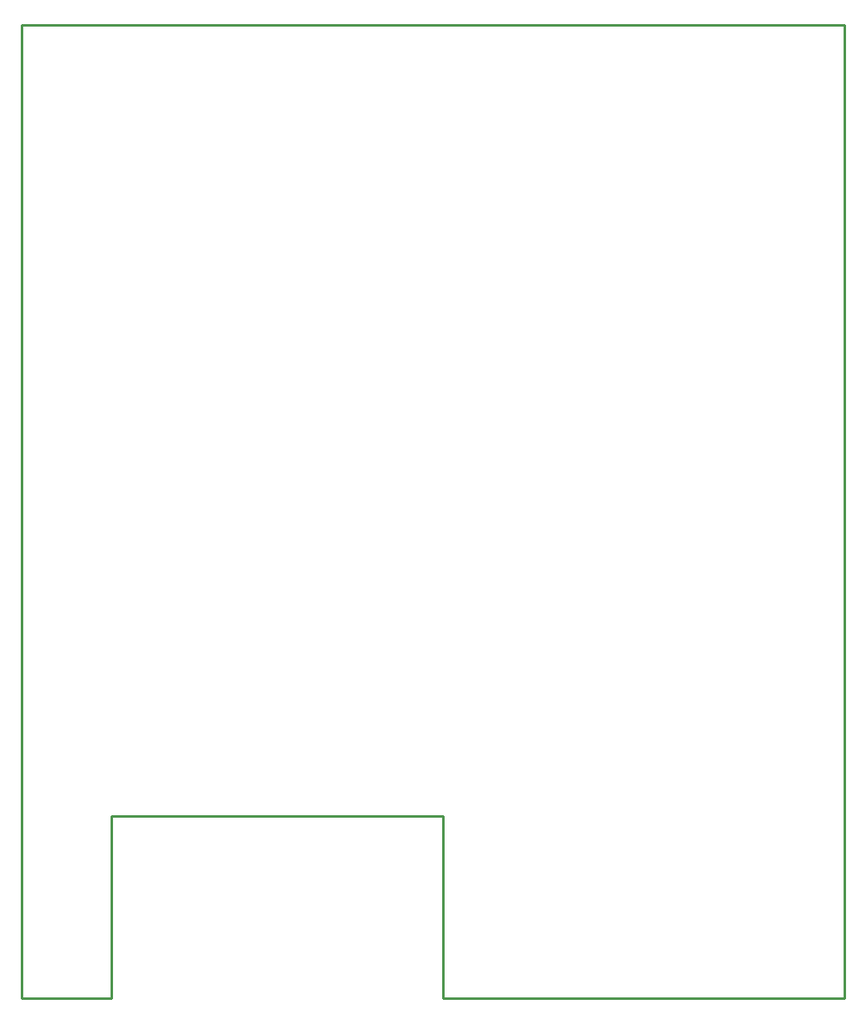
<source format=gbr>
G04 start of page 4 for group 2 idx 4 *
G04 Title: Motor Controller, outline *
G04 Creator: pcb 4.0.2 *
G04 CreationDate: Wed Aug 19 04:53:54 2020 UTC *
G04 For: kevin *
G04 Format: Gerber/RS-274X *
G04 PCB-Dimensions (mil): 3300.00 3900.00 *
G04 PCB-Coordinate-Origin: lower left *
%MOIN*%
%FSLAX25Y25*%
%LNOUTLINE*%
%ADD43C,0.0100*%
G54D43*X330000Y0D02*Y390000D01*
X0Y0D02*X36000D01*
X330000D02*X169000D01*
X36000Y73000D02*X169000D01*
X36000D02*Y0D01*
X169000D02*Y73000D01*
X0Y390000D02*Y0D01*
X330000Y390000D02*X0D01*
M02*

</source>
